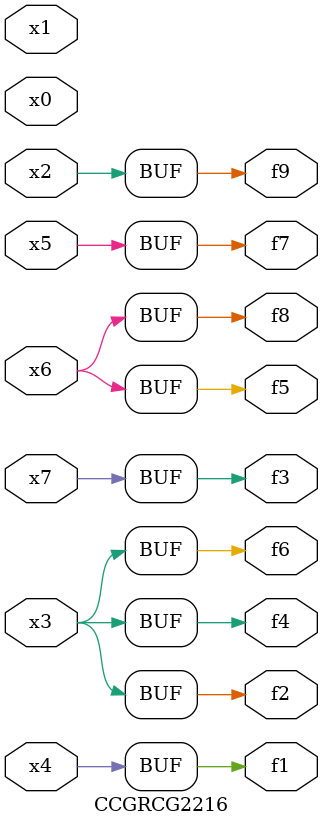
<source format=v>
module CCGRCG2216(
	input x0, x1, x2, x3, x4, x5, x6, x7,
	output f1, f2, f3, f4, f5, f6, f7, f8, f9
);
	assign f1 = x4;
	assign f2 = x3;
	assign f3 = x7;
	assign f4 = x3;
	assign f5 = x6;
	assign f6 = x3;
	assign f7 = x5;
	assign f8 = x6;
	assign f9 = x2;
endmodule

</source>
